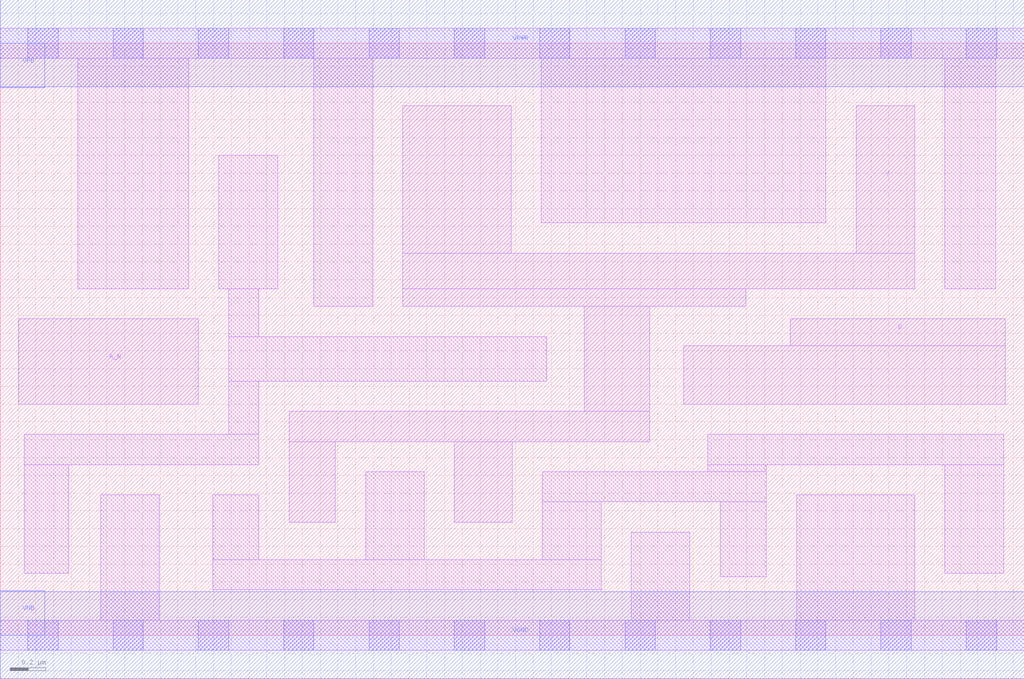
<source format=lef>
# Copyright 2020 The SkyWater PDK Authors
#
# Licensed under the Apache License, Version 2.0 (the "License");
# you may not use this file except in compliance with the License.
# You may obtain a copy of the License at
#
#     https://www.apache.org/licenses/LICENSE-2.0
#
# Unless required by applicable law or agreed to in writing, software
# distributed under the License is distributed on an "AS IS" BASIS,
# WITHOUT WARRANTIES OR CONDITIONS OF ANY KIND, either express or implied.
# See the License for the specific language governing permissions and
# limitations under the License.
#
# SPDX-License-Identifier: Apache-2.0

VERSION 5.5 ;
NAMESCASESENSITIVE ON ;
BUSBITCHARS "[]" ;
DIVIDERCHAR "/" ;
MACRO sky130_fd_sc_hs__nand2b_4
  CLASS CORE ;
  SOURCE USER ;
  ORIGIN  0.000000  0.000000 ;
  SIZE  5.760000 BY  3.330000 ;
  SYMMETRY X Y ;
  SITE unit ;
  PIN A_N
    ANTENNAGATEAREA  0.363000 ;
    DIRECTION INPUT ;
    USE SIGNAL ;
    PORT
      LAYER li1 ;
        RECT 0.105000 1.300000 1.115000 1.780000 ;
    END
  END A_N
  PIN B
    ANTENNAGATEAREA  0.780000 ;
    DIRECTION INPUT ;
    USE SIGNAL ;
    PORT
      LAYER li1 ;
        RECT 3.845000 1.300000 5.655000 1.630000 ;
        RECT 4.445000 1.630000 5.655000 1.780000 ;
    END
  END B
  PIN Y
    ANTENNADIFFAREA  1.634300 ;
    DIRECTION OUTPUT ;
    USE SIGNAL ;
    PORT
      LAYER li1 ;
        RECT 1.625000 0.635000 1.885000 1.090000 ;
        RECT 1.625000 1.090000 3.655000 1.260000 ;
        RECT 2.265000 1.850000 4.195000 1.950000 ;
        RECT 2.265000 1.950000 5.145000 2.150000 ;
        RECT 2.265000 2.150000 2.875000 2.980000 ;
        RECT 2.555000 0.635000 2.880000 1.090000 ;
        RECT 3.285000 1.260000 3.655000 1.850000 ;
        RECT 4.815000 2.150000 5.145000 2.980000 ;
    END
  END Y
  PIN VGND
    DIRECTION INOUT ;
    USE GROUND ;
    PORT
      LAYER met1 ;
        RECT 0.000000 -0.245000 5.760000 0.245000 ;
    END
  END VGND
  PIN VNB
    DIRECTION INOUT ;
    USE GROUND ;
    PORT
      LAYER met1 ;
        RECT 0.000000 0.000000 0.250000 0.250000 ;
    END
  END VNB
  PIN VPB
    DIRECTION INOUT ;
    USE POWER ;
    PORT
      LAYER met1 ;
        RECT 0.000000 3.080000 0.250000 3.330000 ;
    END
  END VPB
  PIN VPWR
    DIRECTION INOUT ;
    USE POWER ;
    PORT
      LAYER met1 ;
        RECT 0.000000 3.085000 5.760000 3.575000 ;
    END
  END VPWR
  OBS
    LAYER li1 ;
      RECT 0.000000 -0.085000 5.760000 0.085000 ;
      RECT 0.000000  3.245000 5.760000 3.415000 ;
      RECT 0.135000  0.350000 0.385000 0.960000 ;
      RECT 0.135000  0.960000 1.455000 1.130000 ;
      RECT 0.435000  1.950000 1.060000 3.245000 ;
      RECT 0.565000  0.085000 0.895000 0.790000 ;
      RECT 1.195000  0.255000 3.380000 0.425000 ;
      RECT 1.195000  0.425000 1.455000 0.790000 ;
      RECT 1.230000  1.950000 1.560000 2.700000 ;
      RECT 1.285000  1.130000 1.455000 1.430000 ;
      RECT 1.285000  1.430000 3.075000 1.680000 ;
      RECT 1.285000  1.680000 1.455000 1.950000 ;
      RECT 1.765000  1.850000 2.095000 3.245000 ;
      RECT 2.055000  0.425000 2.385000 0.920000 ;
      RECT 3.045000  2.320000 4.645000 3.245000 ;
      RECT 3.050000  0.425000 3.380000 0.750000 ;
      RECT 3.050000  0.750000 4.310000 0.920000 ;
      RECT 3.550000  0.085000 3.880000 0.580000 ;
      RECT 3.980000  0.920000 4.310000 0.960000 ;
      RECT 3.980000  0.960000 5.645000 1.130000 ;
      RECT 4.050000  0.330000 4.310000 0.750000 ;
      RECT 4.480000  0.085000 5.145000 0.790000 ;
      RECT 5.315000  0.350000 5.645000 0.960000 ;
      RECT 5.315000  1.950000 5.600000 3.245000 ;
    LAYER mcon ;
      RECT 0.155000 -0.085000 0.325000 0.085000 ;
      RECT 0.155000  3.245000 0.325000 3.415000 ;
      RECT 0.635000 -0.085000 0.805000 0.085000 ;
      RECT 0.635000  3.245000 0.805000 3.415000 ;
      RECT 1.115000 -0.085000 1.285000 0.085000 ;
      RECT 1.115000  3.245000 1.285000 3.415000 ;
      RECT 1.595000 -0.085000 1.765000 0.085000 ;
      RECT 1.595000  3.245000 1.765000 3.415000 ;
      RECT 2.075000 -0.085000 2.245000 0.085000 ;
      RECT 2.075000  3.245000 2.245000 3.415000 ;
      RECT 2.555000 -0.085000 2.725000 0.085000 ;
      RECT 2.555000  3.245000 2.725000 3.415000 ;
      RECT 3.035000 -0.085000 3.205000 0.085000 ;
      RECT 3.035000  3.245000 3.205000 3.415000 ;
      RECT 3.515000 -0.085000 3.685000 0.085000 ;
      RECT 3.515000  3.245000 3.685000 3.415000 ;
      RECT 3.995000 -0.085000 4.165000 0.085000 ;
      RECT 3.995000  3.245000 4.165000 3.415000 ;
      RECT 4.475000 -0.085000 4.645000 0.085000 ;
      RECT 4.475000  3.245000 4.645000 3.415000 ;
      RECT 4.955000 -0.085000 5.125000 0.085000 ;
      RECT 4.955000  3.245000 5.125000 3.415000 ;
      RECT 5.435000 -0.085000 5.605000 0.085000 ;
      RECT 5.435000  3.245000 5.605000 3.415000 ;
  END
END sky130_fd_sc_hs__nand2b_4

</source>
